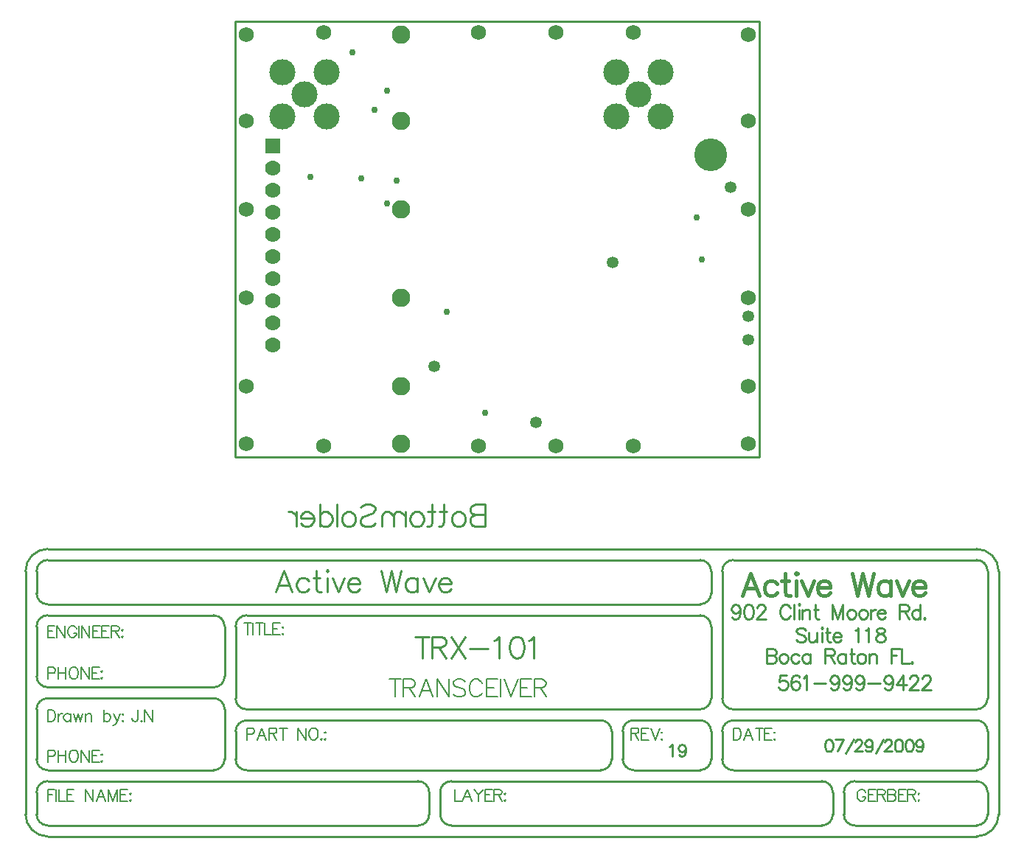
<source format=gbs>
%FSLAX24Y24*%
%MOIN*%
G70*
G01*
G75*
G04 Layer_Color=16711935*
%ADD10R,0.0300X0.0300*%
%ADD11R,0.0200X0.0300*%
%ADD12R,0.0360X0.0360*%
%ADD13R,0.0500X0.0360*%
%ADD14R,0.0250X0.0950*%
%ADD15R,0.0250X0.0550*%
%ADD16R,0.0950X0.0250*%
%ADD17R,0.0550X0.0250*%
%ADD18R,0.0236X0.1000*%
%ADD19R,0.0236X0.0900*%
%ADD20R,0.0700X0.0236*%
%ADD21R,0.0900X0.0236*%
%ADD22R,0.0315X0.0591*%
%ADD23R,0.0591X0.0315*%
%ADD24O,0.0600X0.0160*%
%ADD25R,0.0200X0.0500*%
%ADD26O,0.0240X0.0800*%
%ADD27O,0.0160X0.0600*%
%ADD28O,0.0160X0.0600*%
%ADD29R,0.0394X0.0197*%
%ADD30R,0.0394X0.0394*%
%ADD31R,0.0300X0.0300*%
%ADD32R,0.0472X0.0472*%
%ADD33R,0.0472X0.0472*%
%ADD34R,0.0236X0.0236*%
%ADD35R,0.0360X0.0500*%
%ADD36R,0.0360X0.0360*%
%ADD37R,0.0600X0.0500*%
%ADD38C,0.0120*%
%ADD39R,0.1500X0.0500*%
%ADD40R,0.0550X0.0400*%
%ADD41R,0.0400X0.0550*%
%ADD42C,0.0140*%
%ADD43C,0.0120*%
%ADD44C,0.0300*%
%ADD45C,0.0100*%
%ADD46C,0.0200*%
%ADD47C,0.0080*%
%ADD48C,0.0090*%
%ADD49C,0.0150*%
%ADD50C,0.0050*%
%ADD51C,0.1100*%
%ADD52C,0.0620*%
%ADD53R,0.0620X0.0620*%
%ADD54C,0.0600*%
%ADD55C,0.0750*%
%ADD56C,0.1400*%
%ADD57C,0.0450*%
%ADD58C,0.0220*%
%ADD59C,0.0098*%
%ADD60C,0.0060*%
%ADD61R,0.0380X0.0380*%
%ADD62R,0.0280X0.0380*%
%ADD63R,0.0440X0.0440*%
%ADD64R,0.0580X0.0440*%
%ADD65R,0.0330X0.1030*%
%ADD66R,0.0330X0.0630*%
%ADD67R,0.1030X0.0330*%
%ADD68R,0.0630X0.0330*%
%ADD69R,0.0316X0.1080*%
%ADD70R,0.0316X0.0980*%
%ADD71R,0.0780X0.0316*%
%ADD72R,0.0980X0.0316*%
%ADD73R,0.0395X0.0671*%
%ADD74R,0.0671X0.0395*%
%ADD75O,0.0640X0.0200*%
%ADD76R,0.0280X0.0580*%
%ADD77O,0.0320X0.0880*%
%ADD78O,0.0200X0.0640*%
%ADD79O,0.0200X0.0640*%
%ADD80R,0.0474X0.0277*%
%ADD81R,0.0474X0.0474*%
%ADD82R,0.0380X0.0380*%
%ADD83R,0.0552X0.0552*%
%ADD84R,0.0552X0.0552*%
%ADD85R,0.0316X0.0316*%
%ADD86R,0.0440X0.0580*%
%ADD87R,0.0440X0.0440*%
%ADD88R,0.0680X0.0580*%
%ADD89C,0.0200*%
%ADD90R,0.1580X0.0580*%
%ADD91R,0.0630X0.0480*%
%ADD92R,0.0480X0.0630*%
%ADD93C,0.1180*%
%ADD94C,0.0700*%
%ADD95R,0.0700X0.0700*%
%ADD96C,0.0680*%
%ADD97C,0.0830*%
%ADD98C,0.1480*%
%ADD99C,0.0530*%
%ADD100C,0.0300*%
D45*
X10800Y-2750D02*
Y-3750D01*
Y-2750D02*
X10372D01*
X10229Y-2798D01*
X10181Y-2845D01*
X10133Y-2941D01*
Y-3036D01*
X10181Y-3131D01*
X10229Y-3179D01*
X10372Y-3226D01*
X10800D02*
X10372D01*
X10229Y-3274D01*
X10181Y-3322D01*
X10133Y-3417D01*
Y-3560D01*
X10181Y-3655D01*
X10229Y-3702D01*
X10372Y-3750D01*
X10800D01*
X9672Y-3083D02*
X9767Y-3131D01*
X9862Y-3226D01*
X9910Y-3369D01*
Y-3464D01*
X9862Y-3607D01*
X9767Y-3702D01*
X9672Y-3750D01*
X9529D01*
X9434Y-3702D01*
X9338Y-3607D01*
X9291Y-3464D01*
Y-3369D01*
X9338Y-3226D01*
X9434Y-3131D01*
X9529Y-3083D01*
X9672D01*
X8929Y-2750D02*
Y-3560D01*
X8881Y-3702D01*
X8786Y-3750D01*
X8691D01*
X9072Y-3083D02*
X8739D01*
X8405Y-2750D02*
Y-3560D01*
X8358Y-3702D01*
X8262Y-3750D01*
X8167D01*
X8548Y-3083D02*
X8215D01*
X7786D02*
X7882Y-3131D01*
X7977Y-3226D01*
X8024Y-3369D01*
Y-3464D01*
X7977Y-3607D01*
X7882Y-3702D01*
X7786Y-3750D01*
X7644D01*
X7548Y-3702D01*
X7453Y-3607D01*
X7405Y-3464D01*
Y-3369D01*
X7453Y-3226D01*
X7548Y-3131D01*
X7644Y-3083D01*
X7786D01*
X7186D02*
Y-3750D01*
Y-3274D02*
X7044Y-3131D01*
X6948Y-3083D01*
X6806D01*
X6710Y-3131D01*
X6663Y-3274D01*
Y-3750D01*
Y-3274D02*
X6520Y-3131D01*
X6425Y-3083D01*
X6282D01*
X6187Y-3131D01*
X6139Y-3274D01*
Y-3750D01*
X5158Y-2893D02*
X5254Y-2798D01*
X5396Y-2750D01*
X5587D01*
X5730Y-2798D01*
X5825Y-2893D01*
Y-2988D01*
X5777Y-3083D01*
X5730Y-3131D01*
X5634Y-3179D01*
X5349Y-3274D01*
X5254Y-3322D01*
X5206Y-3369D01*
X5158Y-3464D01*
Y-3607D01*
X5254Y-3702D01*
X5396Y-3750D01*
X5587D01*
X5730Y-3702D01*
X5825Y-3607D01*
X4697Y-3083D02*
X4792Y-3131D01*
X4887Y-3226D01*
X4935Y-3369D01*
Y-3464D01*
X4887Y-3607D01*
X4792Y-3702D01*
X4697Y-3750D01*
X4554D01*
X4459Y-3702D01*
X4363Y-3607D01*
X4316Y-3464D01*
Y-3369D01*
X4363Y-3226D01*
X4459Y-3131D01*
X4554Y-3083D01*
X4697D01*
X4097Y-2750D02*
Y-3750D01*
X3316Y-2750D02*
Y-3750D01*
Y-3226D02*
X3411Y-3131D01*
X3506Y-3083D01*
X3649D01*
X3744Y-3131D01*
X3840Y-3226D01*
X3887Y-3369D01*
Y-3464D01*
X3840Y-3607D01*
X3744Y-3702D01*
X3649Y-3750D01*
X3506D01*
X3411Y-3702D01*
X3316Y-3607D01*
X3049Y-3369D02*
X2478D01*
Y-3274D01*
X2526Y-3179D01*
X2573Y-3131D01*
X2668Y-3083D01*
X2811D01*
X2906Y-3131D01*
X3002Y-3226D01*
X3049Y-3369D01*
Y-3464D01*
X3002Y-3607D01*
X2906Y-3702D01*
X2811Y-3750D01*
X2668D01*
X2573Y-3702D01*
X2478Y-3607D01*
X2264Y-3083D02*
Y-3750D01*
Y-3369D02*
X2216Y-3226D01*
X2121Y-3131D01*
X2026Y-3083D01*
X1883D01*
X21633Y13042D02*
G03*
X21633Y13042I-650J0D01*
G01*
X-497Y-600D02*
Y19100D01*
X-497Y-600D02*
X23203D01*
Y19100D01*
X-497D02*
X23203D01*
X8268Y-15769D02*
G03*
X7768Y-15269I-500J0D01*
G01*
X7779Y-17269D02*
G03*
X8268Y-16772I8J480D01*
G01*
X9268Y-15269D02*
G03*
X8768Y-15769I0J-500D01*
G01*
Y-16769D02*
G03*
X9259Y-17269I500J0D01*
G01*
X26518Y-15769D02*
G03*
X26018Y-15269I-500J0D01*
G01*
X26029Y-17269D02*
G03*
X26518Y-16772I8J480D01*
G01*
X27018Y-16779D02*
G03*
X27516Y-17269I490J0D01*
G01*
X27518Y-15269D02*
G03*
X27018Y-15769I0J-500D01*
G01*
X-982Y-8259D02*
G03*
X-1472Y-7769I-490J0D01*
G01*
X-1462Y-11019D02*
G03*
X-982Y-10539I0J480D01*
G01*
Y-12009D02*
G03*
X-1489Y-11519I-490J0D01*
G01*
X-482Y-11529D02*
G03*
X8Y-12019I490J0D01*
G01*
X-482Y-14279D02*
G03*
X8Y-14769I490J0D01*
G01*
X-1472D02*
G03*
X-982Y-14279I0J490D01*
G01*
X16518Y-13009D02*
G03*
X16028Y-12519I-490J0D01*
G01*
Y-14769D02*
G03*
X16518Y-14270I0J490D01*
G01*
X17018Y-14259D02*
G03*
X17519Y-14769I510J0D01*
G01*
X17498Y-12519D02*
G03*
X17018Y-13024I0J-480D01*
G01*
X18Y-12519D02*
G03*
X-482Y-13019I0J-500D01*
G01*
X18Y-7769D02*
G03*
X-482Y-8269I0J-500D01*
G01*
X-9482Y-14269D02*
G03*
X-8991Y-14769I500J0D01*
G01*
X-8982Y-11519D02*
G03*
X-9482Y-12019I0J-500D01*
G01*
Y-10519D02*
G03*
X-8982Y-11019I500J0D01*
G01*
Y-7769D02*
G03*
X-9482Y-8269I0J-500D01*
G01*
Y-6769D02*
G03*
X-8982Y-7269I500J0D01*
G01*
Y-5269D02*
G03*
X-9482Y-5769I0J-500D01*
G01*
X21018D02*
G03*
X20518Y-5269I-500J0D01*
G01*
X22018D02*
G03*
X21518Y-5769I0J-500D01*
G01*
X20518Y-7269D02*
G03*
X21018Y-6769I0J500D01*
G01*
Y-8269D02*
G03*
X20518Y-7769I-500J0D01*
G01*
X-8982Y-15269D02*
G03*
X-9482Y-15769I0J-500D01*
G01*
X20527Y-12019D02*
G03*
X21018Y-11519I-9J500D01*
G01*
X-9482Y-16769D02*
G03*
X-8991Y-17269I500J0D01*
G01*
X21018Y-13009D02*
G03*
X20528Y-12519I-490J0D01*
G01*
X21518Y-14279D02*
G03*
X22016Y-14769I490J0D01*
G01*
X20518Y-14769D02*
G03*
X21018Y-14269I0J500D01*
G01*
X33018Y-17269D02*
G03*
X33518Y-16769I0J500D01*
G01*
X33518Y-15760D02*
G03*
X33018Y-15269I-500J-9D01*
G01*
Y-14769D02*
G03*
X33518Y-14269I0J500D01*
G01*
Y-5759D02*
G03*
X33011Y-5269I-490J0D01*
G01*
X34018Y-5769D02*
G03*
X33018Y-4769I-1000J0D01*
G01*
Y-17769D02*
G03*
X34018Y-16769I0J1000D01*
G01*
X-9982Y-16759D02*
G03*
X-8990Y-17769I1010J0D01*
G01*
X-8982Y-4769D02*
G03*
X-9982Y-5769I0J-1000D01*
G01*
X21518Y-11519D02*
G03*
X22018Y-12019I500J0D01*
G01*
X33018D02*
G03*
X33518Y-11519I0J500D01*
G01*
X22018Y-12519D02*
G03*
X21518Y-13019I0J-500D01*
G01*
X33518Y-13009D02*
G03*
X33028Y-12519I-490J0D01*
G01*
X9268Y-17269D02*
X26018D01*
X-8982D02*
X7768D01*
X-8982Y-15269D02*
X7768D01*
X9268D02*
X26018D01*
X27518Y-17269D02*
X33018D01*
X27518Y-15269D02*
X33018D01*
X-8982Y-5269D02*
X20518D01*
X-8982Y-17769D02*
X33018D01*
X-8982Y-4769D02*
X33018D01*
X-8982Y-14769D02*
X-1482D01*
X-8982Y-11519D02*
X-1482D01*
X-8982Y-11019D02*
X-1482D01*
X-8982Y-7769D02*
X-1482D01*
X-8982Y-7269D02*
X20518D01*
X18Y-7769D02*
X20518D01*
X18Y-12519D02*
X16018D01*
X18Y-14769D02*
X16018D01*
X17518D02*
X20518D01*
X17518Y-12519D02*
X20518D01*
X22018Y-14769D02*
X33018D01*
X22018Y-5269D02*
X33018D01*
X18Y-12019D02*
X20518D01*
X22018D02*
X33018D01*
X22018Y-12519D02*
X33018D01*
X8268Y-16769D02*
Y-15769D01*
X8768Y-16769D02*
Y-15769D01*
X26518Y-16769D02*
Y-15769D01*
X27018Y-16769D02*
Y-15769D01*
X34018Y-16769D02*
Y-5769D01*
X-9482Y-14269D02*
Y-12019D01*
X-982Y-14269D02*
Y-12019D01*
X-9482Y-10519D02*
Y-8269D01*
X-982Y-10519D02*
Y-8269D01*
X-9482Y-6769D02*
Y-5769D01*
X21018Y-6769D02*
Y-5769D01*
Y-11519D02*
Y-8269D01*
X-482Y-11519D02*
Y-8269D01*
X16518Y-14269D02*
Y-13019D01*
X-482Y-14269D02*
Y-13019D01*
X17018Y-14269D02*
Y-13019D01*
X21018Y-14269D02*
Y-13019D01*
X33518Y-16769D02*
Y-15769D01*
X-9482Y-16769D02*
Y-15769D01*
X-9982Y-16769D02*
Y-5769D01*
X21518Y-11519D02*
Y-5769D01*
X33518Y-11519D02*
Y-5769D01*
X21518Y-14269D02*
Y-13019D01*
X33518Y-14269D02*
Y-13009D01*
X25305Y-8429D02*
X25244Y-8368D01*
X25153Y-8337D01*
X25031D01*
X24940Y-8368D01*
X24879Y-8429D01*
Y-8490D01*
X24909Y-8551D01*
X24940Y-8581D01*
X25000Y-8612D01*
X25183Y-8672D01*
X25244Y-8703D01*
X25275Y-8733D01*
X25305Y-8794D01*
Y-8886D01*
X25244Y-8947D01*
X25153Y-8977D01*
X25031D01*
X24940Y-8947D01*
X24879Y-8886D01*
X25448Y-8551D02*
Y-8855D01*
X25479Y-8947D01*
X25540Y-8977D01*
X25631D01*
X25692Y-8947D01*
X25784Y-8855D01*
Y-8551D02*
Y-8977D01*
X26012Y-8337D02*
X26043Y-8368D01*
X26073Y-8337D01*
X26043Y-8307D01*
X26012Y-8337D01*
X26043Y-8551D02*
Y-8977D01*
X26277Y-8337D02*
Y-8855D01*
X26308Y-8947D01*
X26369Y-8977D01*
X26429D01*
X26186Y-8551D02*
X26399D01*
X26521Y-8733D02*
X26887D01*
Y-8672D01*
X26856Y-8612D01*
X26826Y-8581D01*
X26765Y-8551D01*
X26673D01*
X26612Y-8581D01*
X26551Y-8642D01*
X26521Y-8733D01*
Y-8794D01*
X26551Y-8886D01*
X26612Y-8947D01*
X26673Y-8977D01*
X26765D01*
X26826Y-8947D01*
X26887Y-8886D01*
X27526Y-8459D02*
X27587Y-8429D01*
X27679Y-8337D01*
Y-8977D01*
X27996Y-8459D02*
X28057Y-8429D01*
X28148Y-8337D01*
Y-8977D01*
X28617Y-8337D02*
X28526Y-8368D01*
X28495Y-8429D01*
Y-8490D01*
X28526Y-8551D01*
X28587Y-8581D01*
X28709Y-8612D01*
X28800Y-8642D01*
X28861Y-8703D01*
X28891Y-8764D01*
Y-8855D01*
X28861Y-8916D01*
X28830Y-8947D01*
X28739Y-8977D01*
X28617D01*
X28526Y-8947D01*
X28495Y-8916D01*
X28465Y-8855D01*
Y-8764D01*
X28495Y-8703D01*
X28556Y-8642D01*
X28648Y-8612D01*
X28770Y-8581D01*
X28830Y-8551D01*
X28861Y-8490D01*
Y-8429D01*
X28830Y-8368D01*
X28739Y-8337D01*
X28617D01*
X24444Y-10487D02*
X24140D01*
X24109Y-10762D01*
X24140Y-10731D01*
X24231Y-10701D01*
X24322D01*
X24414Y-10731D01*
X24475Y-10792D01*
X24505Y-10883D01*
Y-10944D01*
X24475Y-11036D01*
X24414Y-11097D01*
X24322Y-11127D01*
X24231D01*
X24140Y-11097D01*
X24109Y-11066D01*
X24079Y-11005D01*
X25014Y-10579D02*
X24984Y-10518D01*
X24892Y-10487D01*
X24831D01*
X24740Y-10518D01*
X24679Y-10609D01*
X24648Y-10762D01*
Y-10914D01*
X24679Y-11036D01*
X24740Y-11097D01*
X24831Y-11127D01*
X24862D01*
X24953Y-11097D01*
X25014Y-11036D01*
X25044Y-10944D01*
Y-10914D01*
X25014Y-10822D01*
X24953Y-10762D01*
X24862Y-10731D01*
X24831D01*
X24740Y-10762D01*
X24679Y-10822D01*
X24648Y-10914D01*
X25185Y-10609D02*
X25246Y-10579D01*
X25337Y-10487D01*
Y-11127D01*
X25654Y-10853D02*
X26202D01*
X26787Y-10701D02*
X26757Y-10792D01*
X26696Y-10853D01*
X26605Y-10883D01*
X26574D01*
X26483Y-10853D01*
X26422Y-10792D01*
X26391Y-10701D01*
Y-10670D01*
X26422Y-10579D01*
X26483Y-10518D01*
X26574Y-10487D01*
X26605D01*
X26696Y-10518D01*
X26757Y-10579D01*
X26787Y-10701D01*
Y-10853D01*
X26757Y-11005D01*
X26696Y-11097D01*
X26605Y-11127D01*
X26544D01*
X26452Y-11097D01*
X26422Y-11036D01*
X27357Y-10701D02*
X27327Y-10792D01*
X27266Y-10853D01*
X27174Y-10883D01*
X27144D01*
X27052Y-10853D01*
X26991Y-10792D01*
X26961Y-10701D01*
Y-10670D01*
X26991Y-10579D01*
X27052Y-10518D01*
X27144Y-10487D01*
X27174D01*
X27266Y-10518D01*
X27327Y-10579D01*
X27357Y-10701D01*
Y-10853D01*
X27327Y-11005D01*
X27266Y-11097D01*
X27174Y-11127D01*
X27113D01*
X27022Y-11097D01*
X26991Y-11036D01*
X27927Y-10701D02*
X27896Y-10792D01*
X27836Y-10853D01*
X27744Y-10883D01*
X27714D01*
X27622Y-10853D01*
X27561Y-10792D01*
X27531Y-10701D01*
Y-10670D01*
X27561Y-10579D01*
X27622Y-10518D01*
X27714Y-10487D01*
X27744D01*
X27836Y-10518D01*
X27896Y-10579D01*
X27927Y-10701D01*
Y-10853D01*
X27896Y-11005D01*
X27836Y-11097D01*
X27744Y-11127D01*
X27683D01*
X27592Y-11097D01*
X27561Y-11036D01*
X28101Y-10853D02*
X28649D01*
X29234Y-10701D02*
X29204Y-10792D01*
X29143Y-10853D01*
X29051Y-10883D01*
X29021D01*
X28929Y-10853D01*
X28868Y-10792D01*
X28838Y-10701D01*
Y-10670D01*
X28868Y-10579D01*
X28929Y-10518D01*
X29021Y-10487D01*
X29051D01*
X29143Y-10518D01*
X29204Y-10579D01*
X29234Y-10701D01*
Y-10853D01*
X29204Y-11005D01*
X29143Y-11097D01*
X29051Y-11127D01*
X28990D01*
X28899Y-11097D01*
X28868Y-11036D01*
X29712Y-10487D02*
X29408Y-10914D01*
X29865D01*
X29712Y-10487D02*
Y-11127D01*
X30008Y-10640D02*
Y-10609D01*
X30038Y-10548D01*
X30069Y-10518D01*
X30130Y-10487D01*
X30252D01*
X30313Y-10518D01*
X30343Y-10548D01*
X30374Y-10609D01*
Y-10670D01*
X30343Y-10731D01*
X30282Y-10822D01*
X29978Y-11127D01*
X30404D01*
X30578Y-10640D02*
Y-10609D01*
X30608Y-10548D01*
X30639Y-10518D01*
X30700Y-10487D01*
X30822D01*
X30882Y-10518D01*
X30913Y-10548D01*
X30943Y-10609D01*
Y-10670D01*
X30913Y-10731D01*
X30852Y-10822D01*
X30547Y-11127D01*
X30974D01*
X22325Y-7501D02*
X22294Y-7592D01*
X22233Y-7653D01*
X22142Y-7683D01*
X22111D01*
X22020Y-7653D01*
X21959Y-7592D01*
X21929Y-7501D01*
Y-7470D01*
X21959Y-7379D01*
X22020Y-7318D01*
X22111Y-7287D01*
X22142D01*
X22233Y-7318D01*
X22294Y-7379D01*
X22325Y-7501D01*
Y-7653D01*
X22294Y-7805D01*
X22233Y-7897D01*
X22142Y-7927D01*
X22081D01*
X21990Y-7897D01*
X21959Y-7836D01*
X22681Y-7287D02*
X22590Y-7318D01*
X22529Y-7409D01*
X22498Y-7562D01*
Y-7653D01*
X22529Y-7805D01*
X22590Y-7897D01*
X22681Y-7927D01*
X22742D01*
X22834Y-7897D01*
X22894Y-7805D01*
X22925Y-7653D01*
Y-7562D01*
X22894Y-7409D01*
X22834Y-7318D01*
X22742Y-7287D01*
X22681D01*
X23099Y-7440D02*
Y-7409D01*
X23129Y-7348D01*
X23160Y-7318D01*
X23221Y-7287D01*
X23342D01*
X23403Y-7318D01*
X23434Y-7348D01*
X23464Y-7409D01*
Y-7470D01*
X23434Y-7531D01*
X23373Y-7622D01*
X23068Y-7927D01*
X23495D01*
X24598Y-7440D02*
X24567Y-7379D01*
X24506Y-7318D01*
X24445Y-7287D01*
X24323D01*
X24263Y-7318D01*
X24202Y-7379D01*
X24171Y-7440D01*
X24141Y-7531D01*
Y-7683D01*
X24171Y-7775D01*
X24202Y-7836D01*
X24263Y-7897D01*
X24323Y-7927D01*
X24445D01*
X24506Y-7897D01*
X24567Y-7836D01*
X24598Y-7775D01*
X24778Y-7287D02*
Y-7927D01*
X24973Y-7287D02*
X25003Y-7318D01*
X25033Y-7287D01*
X25003Y-7257D01*
X24973Y-7287D01*
X25003Y-7501D02*
Y-7927D01*
X25146Y-7501D02*
Y-7927D01*
Y-7622D02*
X25238Y-7531D01*
X25299Y-7501D01*
X25390D01*
X25451Y-7531D01*
X25481Y-7622D01*
Y-7927D01*
X25740Y-7287D02*
Y-7805D01*
X25771Y-7897D01*
X25832Y-7927D01*
X25893D01*
X25649Y-7501D02*
X25862D01*
X26487Y-7287D02*
Y-7927D01*
Y-7287D02*
X26731Y-7927D01*
X26974Y-7287D02*
X26731Y-7927D01*
X26974Y-7287D02*
Y-7927D01*
X27310Y-7501D02*
X27249Y-7531D01*
X27188Y-7592D01*
X27157Y-7683D01*
Y-7744D01*
X27188Y-7836D01*
X27249Y-7897D01*
X27310Y-7927D01*
X27401D01*
X27462Y-7897D01*
X27523Y-7836D01*
X27553Y-7744D01*
Y-7683D01*
X27523Y-7592D01*
X27462Y-7531D01*
X27401Y-7501D01*
X27310D01*
X27846D02*
X27785Y-7531D01*
X27724Y-7592D01*
X27693Y-7683D01*
Y-7744D01*
X27724Y-7836D01*
X27785Y-7897D01*
X27846Y-7927D01*
X27937D01*
X27998Y-7897D01*
X28059Y-7836D01*
X28090Y-7744D01*
Y-7683D01*
X28059Y-7592D01*
X27998Y-7531D01*
X27937Y-7501D01*
X27846D01*
X28230D02*
Y-7927D01*
Y-7683D02*
X28260Y-7592D01*
X28321Y-7531D01*
X28382Y-7501D01*
X28473D01*
X28531Y-7683D02*
X28897D01*
Y-7622D01*
X28867Y-7562D01*
X28836Y-7531D01*
X28775Y-7501D01*
X28684D01*
X28623Y-7531D01*
X28562Y-7592D01*
X28531Y-7683D01*
Y-7744D01*
X28562Y-7836D01*
X28623Y-7897D01*
X28684Y-7927D01*
X28775D01*
X28836Y-7897D01*
X28897Y-7836D01*
X29537Y-7287D02*
Y-7927D01*
Y-7287D02*
X29811D01*
X29902Y-7318D01*
X29933Y-7348D01*
X29963Y-7409D01*
Y-7470D01*
X29933Y-7531D01*
X29902Y-7562D01*
X29811Y-7592D01*
X29537D01*
X29750D02*
X29963Y-7927D01*
X30472Y-7287D02*
Y-7927D01*
Y-7592D02*
X30411Y-7531D01*
X30350Y-7501D01*
X30259D01*
X30198Y-7531D01*
X30137Y-7592D01*
X30107Y-7683D01*
Y-7744D01*
X30137Y-7836D01*
X30198Y-7897D01*
X30259Y-7927D01*
X30350D01*
X30411Y-7897D01*
X30472Y-7836D01*
X30673Y-7866D02*
X30643Y-7897D01*
X30673Y-7927D01*
X30704Y-7897D01*
X30673Y-7866D01*
X23529Y-9287D02*
Y-9927D01*
Y-9287D02*
X23803D01*
X23894Y-9318D01*
X23925Y-9348D01*
X23955Y-9409D01*
Y-9470D01*
X23925Y-9531D01*
X23894Y-9562D01*
X23803Y-9592D01*
X23529D02*
X23803D01*
X23894Y-9622D01*
X23925Y-9653D01*
X23955Y-9714D01*
Y-9805D01*
X23925Y-9866D01*
X23894Y-9897D01*
X23803Y-9927D01*
X23529D01*
X24251Y-9501D02*
X24190Y-9531D01*
X24129Y-9592D01*
X24098Y-9683D01*
Y-9744D01*
X24129Y-9836D01*
X24190Y-9897D01*
X24251Y-9927D01*
X24342D01*
X24403Y-9897D01*
X24464Y-9836D01*
X24494Y-9744D01*
Y-9683D01*
X24464Y-9592D01*
X24403Y-9531D01*
X24342Y-9501D01*
X24251D01*
X25000Y-9592D02*
X24939Y-9531D01*
X24878Y-9501D01*
X24787D01*
X24726Y-9531D01*
X24665Y-9592D01*
X24635Y-9683D01*
Y-9744D01*
X24665Y-9836D01*
X24726Y-9897D01*
X24787Y-9927D01*
X24878D01*
X24939Y-9897D01*
X25000Y-9836D01*
X25503Y-9501D02*
Y-9927D01*
Y-9592D02*
X25442Y-9531D01*
X25381Y-9501D01*
X25290D01*
X25229Y-9531D01*
X25168Y-9592D01*
X25137Y-9683D01*
Y-9744D01*
X25168Y-9836D01*
X25229Y-9897D01*
X25290Y-9927D01*
X25381D01*
X25442Y-9897D01*
X25503Y-9836D01*
X26176Y-9287D02*
Y-9927D01*
Y-9287D02*
X26451D01*
X26542Y-9318D01*
X26572Y-9348D01*
X26603Y-9409D01*
Y-9470D01*
X26572Y-9531D01*
X26542Y-9562D01*
X26451Y-9592D01*
X26176D01*
X26390D02*
X26603Y-9927D01*
X27112Y-9501D02*
Y-9927D01*
Y-9592D02*
X27051Y-9531D01*
X26990Y-9501D01*
X26899D01*
X26838Y-9531D01*
X26777Y-9592D01*
X26746Y-9683D01*
Y-9744D01*
X26777Y-9836D01*
X26838Y-9897D01*
X26899Y-9927D01*
X26990D01*
X27051Y-9897D01*
X27112Y-9836D01*
X27374Y-9287D02*
Y-9805D01*
X27404Y-9897D01*
X27465Y-9927D01*
X27526D01*
X27282Y-9501D02*
X27496D01*
X27770D02*
X27709Y-9531D01*
X27648Y-9592D01*
X27618Y-9683D01*
Y-9744D01*
X27648Y-9836D01*
X27709Y-9897D01*
X27770Y-9927D01*
X27861D01*
X27922Y-9897D01*
X27983Y-9836D01*
X28014Y-9744D01*
Y-9683D01*
X27983Y-9592D01*
X27922Y-9531D01*
X27861Y-9501D01*
X27770D01*
X28154D02*
Y-9927D01*
Y-9622D02*
X28245Y-9531D01*
X28306Y-9501D01*
X28398D01*
X28459Y-9531D01*
X28489Y-9622D01*
Y-9927D01*
X29159Y-9287D02*
Y-9927D01*
Y-9287D02*
X29555D01*
X29159Y-9592D02*
X29403D01*
X29629Y-9287D02*
Y-9927D01*
X29994D01*
X30095Y-9866D02*
X30064Y-9897D01*
X30095Y-9927D01*
X30125Y-9897D01*
X30095Y-9866D01*
D47*
X6747Y-10660D02*
Y-11460D01*
X6480Y-10660D02*
X7013D01*
X7108D02*
Y-11460D01*
Y-10660D02*
X7451D01*
X7565Y-10698D01*
X7604Y-10736D01*
X7642Y-10813D01*
Y-10889D01*
X7604Y-10965D01*
X7565Y-11003D01*
X7451Y-11041D01*
X7108D01*
X7375D02*
X7642Y-11460D01*
X8430D02*
X8125Y-10660D01*
X7821Y-11460D01*
X7935Y-11193D02*
X8316D01*
X8617Y-10660D02*
Y-11460D01*
Y-10660D02*
X9150Y-11460D01*
Y-10660D02*
Y-11460D01*
X9904Y-10774D02*
X9828Y-10698D01*
X9714Y-10660D01*
X9561D01*
X9447Y-10698D01*
X9371Y-10774D01*
Y-10851D01*
X9409Y-10927D01*
X9447Y-10965D01*
X9523Y-11003D01*
X9752Y-11079D01*
X9828Y-11117D01*
X9866Y-11155D01*
X9904Y-11231D01*
Y-11346D01*
X9828Y-11422D01*
X9714Y-11460D01*
X9561D01*
X9447Y-11422D01*
X9371Y-11346D01*
X10654Y-10851D02*
X10616Y-10774D01*
X10540Y-10698D01*
X10464Y-10660D01*
X10312D01*
X10235Y-10698D01*
X10159Y-10774D01*
X10121Y-10851D01*
X10083Y-10965D01*
Y-11155D01*
X10121Y-11270D01*
X10159Y-11346D01*
X10235Y-11422D01*
X10312Y-11460D01*
X10464D01*
X10540Y-11422D01*
X10616Y-11346D01*
X10654Y-11270D01*
X11374Y-10660D02*
X10879D01*
Y-11460D01*
X11374D01*
X10879Y-11041D02*
X11184D01*
X11507Y-10660D02*
Y-11460D01*
X11675Y-10660D02*
X11980Y-11460D01*
X12284Y-10660D02*
X11980Y-11460D01*
X12882Y-10660D02*
X12387D01*
Y-11460D01*
X12882D01*
X12387Y-11041D02*
X12692D01*
X13016Y-10660D02*
Y-11460D01*
Y-10660D02*
X13359D01*
X13473Y-10698D01*
X13511Y-10736D01*
X13549Y-10813D01*
Y-10889D01*
X13511Y-10965D01*
X13473Y-11003D01*
X13359Y-11041D01*
X13016D01*
X13282D02*
X13549Y-11460D01*
X-4899Y-12046D02*
Y-12453D01*
X-4924Y-12529D01*
X-4949Y-12554D01*
X-5000Y-12579D01*
X-5051D01*
X-5102Y-12554D01*
X-5127Y-12529D01*
X-5153Y-12453D01*
Y-12402D01*
X-4736Y-12529D02*
X-4762Y-12554D01*
X-4736Y-12579D01*
X-4711Y-12554D01*
X-4736Y-12529D01*
X-4594Y-12046D02*
Y-12579D01*
Y-12046D02*
X-4238Y-12579D01*
Y-12046D02*
Y-12579D01*
D48*
X26318Y-13390D02*
X26242Y-13416D01*
X26191Y-13492D01*
X26165Y-13619D01*
Y-13695D01*
X26191Y-13822D01*
X26242Y-13898D01*
X26318Y-13924D01*
X26369D01*
X26445Y-13898D01*
X26496Y-13822D01*
X26521Y-13695D01*
Y-13619D01*
X26496Y-13492D01*
X26445Y-13416D01*
X26369Y-13390D01*
X26318D01*
X26996D02*
X26742Y-13924D01*
X26640Y-13390D02*
X26996D01*
X27115Y-14000D02*
X27471Y-13390D01*
X27532Y-13517D02*
Y-13492D01*
X27557Y-13441D01*
X27582Y-13416D01*
X27633Y-13390D01*
X27735D01*
X27785Y-13416D01*
X27811Y-13441D01*
X27836Y-13492D01*
Y-13543D01*
X27811Y-13593D01*
X27760Y-13670D01*
X27506Y-13924D01*
X27862D01*
X28311Y-13568D02*
X28286Y-13644D01*
X28235Y-13695D01*
X28159Y-13720D01*
X28133D01*
X28057Y-13695D01*
X28006Y-13644D01*
X27981Y-13568D01*
Y-13543D01*
X28006Y-13466D01*
X28057Y-13416D01*
X28133Y-13390D01*
X28159D01*
X28235Y-13416D01*
X28286Y-13466D01*
X28311Y-13568D01*
Y-13695D01*
X28286Y-13822D01*
X28235Y-13898D01*
X28159Y-13924D01*
X28108D01*
X28032Y-13898D01*
X28006Y-13847D01*
X28456Y-14000D02*
X28811Y-13390D01*
X28872Y-13517D02*
Y-13492D01*
X28898Y-13441D01*
X28923Y-13416D01*
X28974Y-13390D01*
X29075D01*
X29126Y-13416D01*
X29152Y-13441D01*
X29177Y-13492D01*
Y-13543D01*
X29152Y-13593D01*
X29101Y-13670D01*
X28847Y-13924D01*
X29202D01*
X29474Y-13390D02*
X29398Y-13416D01*
X29347Y-13492D01*
X29322Y-13619D01*
Y-13695D01*
X29347Y-13822D01*
X29398Y-13898D01*
X29474Y-13924D01*
X29525D01*
X29601Y-13898D01*
X29652Y-13822D01*
X29677Y-13695D01*
Y-13619D01*
X29652Y-13492D01*
X29601Y-13416D01*
X29525Y-13390D01*
X29474D01*
X29949D02*
X29873Y-13416D01*
X29822Y-13492D01*
X29797Y-13619D01*
Y-13695D01*
X29822Y-13822D01*
X29873Y-13898D01*
X29949Y-13924D01*
X30000D01*
X30076Y-13898D01*
X30127Y-13822D01*
X30152Y-13695D01*
Y-13619D01*
X30127Y-13492D01*
X30076Y-13416D01*
X30000Y-13390D01*
X29949D01*
X30601Y-13568D02*
X30576Y-13644D01*
X30525Y-13695D01*
X30449Y-13720D01*
X30424D01*
X30347Y-13695D01*
X30297Y-13644D01*
X30271Y-13568D01*
Y-13543D01*
X30297Y-13466D01*
X30347Y-13416D01*
X30424Y-13390D01*
X30449D01*
X30525Y-13416D01*
X30576Y-13466D01*
X30601Y-13568D01*
Y-13695D01*
X30576Y-13822D01*
X30525Y-13898D01*
X30449Y-13924D01*
X30398D01*
X30322Y-13898D01*
X30297Y-13847D01*
X2049Y-6719D02*
X1683Y-5759D01*
X1318Y-6719D01*
X1455Y-6399D02*
X1912D01*
X2821Y-6216D02*
X2730Y-6125D01*
X2639Y-6079D01*
X2502D01*
X2410Y-6125D01*
X2319Y-6216D01*
X2273Y-6353D01*
Y-6445D01*
X2319Y-6582D01*
X2410Y-6673D01*
X2502Y-6719D01*
X2639D01*
X2730Y-6673D01*
X2821Y-6582D01*
X3164Y-5759D02*
Y-6536D01*
X3210Y-6673D01*
X3301Y-6719D01*
X3393D01*
X3027Y-6079D02*
X3347D01*
X3621Y-5759D02*
X3667Y-5805D01*
X3713Y-5759D01*
X3667Y-5713D01*
X3621Y-5759D01*
X3667Y-6079D02*
Y-6719D01*
X3882Y-6079D02*
X4156Y-6719D01*
X4430Y-6079D02*
X4156Y-6719D01*
X4586Y-6353D02*
X5134D01*
Y-6262D01*
X5088Y-6170D01*
X5043Y-6125D01*
X4951Y-6079D01*
X4814D01*
X4723Y-6125D01*
X4631Y-6216D01*
X4586Y-6353D01*
Y-6445D01*
X4631Y-6582D01*
X4723Y-6673D01*
X4814Y-6719D01*
X4951D01*
X5043Y-6673D01*
X5134Y-6582D01*
X6094Y-5759D02*
X6322Y-6719D01*
X6551Y-5759D02*
X6322Y-6719D01*
X6551Y-5759D02*
X6779Y-6719D01*
X7008Y-5759D02*
X6779Y-6719D01*
X7748Y-6079D02*
Y-6719D01*
Y-6216D02*
X7657Y-6125D01*
X7566Y-6079D01*
X7428D01*
X7337Y-6125D01*
X7246Y-6216D01*
X7200Y-6353D01*
Y-6445D01*
X7246Y-6582D01*
X7337Y-6673D01*
X7428Y-6719D01*
X7566D01*
X7657Y-6673D01*
X7748Y-6582D01*
X8004Y-6079D02*
X8279Y-6719D01*
X8553Y-6079D02*
X8279Y-6719D01*
X8708Y-6353D02*
X9257D01*
Y-6262D01*
X9211Y-6170D01*
X9165Y-6125D01*
X9074Y-6079D01*
X8937D01*
X8845Y-6125D01*
X8754Y-6216D01*
X8708Y-6353D01*
Y-6445D01*
X8754Y-6582D01*
X8845Y-6673D01*
X8937Y-6719D01*
X9074D01*
X9165Y-6673D01*
X9257Y-6582D01*
X7960Y-8740D02*
Y-9700D01*
X7640Y-8740D02*
X8280D01*
X8394D02*
Y-9700D01*
Y-8740D02*
X8805D01*
X8943Y-8786D01*
X8988Y-8832D01*
X9034Y-8923D01*
Y-9014D01*
X8988Y-9106D01*
X8943Y-9152D01*
X8805Y-9197D01*
X8394D01*
X8714D02*
X9034Y-9700D01*
X9249Y-8740D02*
X9889Y-9700D01*
Y-8740D02*
X9249Y-9700D01*
X10103Y-9289D02*
X10926D01*
X11210Y-8923D02*
X11301Y-8877D01*
X11438Y-8740D01*
Y-9700D01*
X12188Y-8740D02*
X12050Y-8786D01*
X11959Y-8923D01*
X11913Y-9152D01*
Y-9289D01*
X11959Y-9517D01*
X12050Y-9654D01*
X12188Y-9700D01*
X12279D01*
X12416Y-9654D01*
X12508Y-9517D01*
X12553Y-9289D01*
Y-9152D01*
X12508Y-8923D01*
X12416Y-8786D01*
X12279Y-8740D01*
X12188D01*
X12768Y-8923D02*
X12859Y-8877D01*
X12997Y-8740D01*
Y-9700D01*
X19143Y-13712D02*
X19194Y-13687D01*
X19270Y-13611D01*
Y-14144D01*
X19864Y-13788D02*
X19839Y-13865D01*
X19788Y-13915D01*
X19712Y-13941D01*
X19686D01*
X19610Y-13915D01*
X19559Y-13865D01*
X19534Y-13788D01*
Y-13763D01*
X19559Y-13687D01*
X19610Y-13636D01*
X19686Y-13611D01*
X19712D01*
X19788Y-13636D01*
X19839Y-13687D01*
X19864Y-13788D01*
Y-13915D01*
X19839Y-14042D01*
X19788Y-14119D01*
X19712Y-14144D01*
X19661D01*
X19585Y-14119D01*
X19559Y-14068D01*
D49*
X23190Y-6877D02*
X22809Y-5877D01*
X22429Y-6877D01*
X22571Y-6544D02*
X23047D01*
X23995Y-6353D02*
X23900Y-6258D01*
X23804Y-6211D01*
X23662D01*
X23566Y-6258D01*
X23471Y-6353D01*
X23424Y-6496D01*
Y-6592D01*
X23471Y-6734D01*
X23566Y-6830D01*
X23662Y-6877D01*
X23804D01*
X23900Y-6830D01*
X23995Y-6734D01*
X24352Y-5877D02*
Y-6687D01*
X24400Y-6830D01*
X24495Y-6877D01*
X24590D01*
X24209Y-6211D02*
X24542D01*
X24828Y-5877D02*
X24876Y-5925D01*
X24923Y-5877D01*
X24876Y-5830D01*
X24828Y-5877D01*
X24876Y-6211D02*
Y-6877D01*
X25099Y-6211D02*
X25385Y-6877D01*
X25671Y-6211D02*
X25385Y-6877D01*
X25833Y-6496D02*
X26404D01*
Y-6401D01*
X26356Y-6306D01*
X26309Y-6258D01*
X26213Y-6211D01*
X26071D01*
X25975Y-6258D01*
X25880Y-6353D01*
X25833Y-6496D01*
Y-6592D01*
X25880Y-6734D01*
X25975Y-6830D01*
X26071Y-6877D01*
X26213D01*
X26309Y-6830D01*
X26404Y-6734D01*
X27404Y-5877D02*
X27642Y-6877D01*
X27880Y-5877D02*
X27642Y-6877D01*
X27880Y-5877D02*
X28118Y-6877D01*
X28356Y-5877D02*
X28118Y-6877D01*
X29127Y-6211D02*
Y-6877D01*
Y-6353D02*
X29032Y-6258D01*
X28937Y-6211D01*
X28794D01*
X28699Y-6258D01*
X28603Y-6353D01*
X28556Y-6496D01*
Y-6592D01*
X28603Y-6734D01*
X28699Y-6830D01*
X28794Y-6877D01*
X28937D01*
X29032Y-6830D01*
X29127Y-6734D01*
X29394Y-6211D02*
X29679Y-6877D01*
X29965Y-6211D02*
X29679Y-6877D01*
X30127Y-6496D02*
X30698D01*
Y-6401D01*
X30651Y-6306D01*
X30603Y-6258D01*
X30508Y-6211D01*
X30365D01*
X30270Y-6258D01*
X30175Y-6353D01*
X30127Y-6496D01*
Y-6592D01*
X30175Y-6734D01*
X30270Y-6830D01*
X30365Y-6877D01*
X30508D01*
X30603Y-6830D01*
X30698Y-6734D01*
D50*
X27999Y-15763D02*
X27973Y-15712D01*
X27922Y-15661D01*
X27872Y-15636D01*
X27770D01*
X27719Y-15661D01*
X27669Y-15712D01*
X27643Y-15763D01*
X27618Y-15839D01*
Y-15966D01*
X27643Y-16042D01*
X27669Y-16093D01*
X27719Y-16144D01*
X27770Y-16169D01*
X27872D01*
X27922Y-16144D01*
X27973Y-16093D01*
X27999Y-16042D01*
Y-15966D01*
X27872D02*
X27999D01*
X28451Y-15636D02*
X28121D01*
Y-16169D01*
X28451D01*
X28121Y-15890D02*
X28324D01*
X28540Y-15636D02*
Y-16169D01*
Y-15636D02*
X28768D01*
X28844Y-15661D01*
X28870Y-15687D01*
X28895Y-15737D01*
Y-15788D01*
X28870Y-15839D01*
X28844Y-15864D01*
X28768Y-15890D01*
X28540D01*
X28717D02*
X28895Y-16169D01*
X29014Y-15636D02*
Y-16169D01*
Y-15636D02*
X29243D01*
X29319Y-15661D01*
X29344Y-15687D01*
X29370Y-15737D01*
Y-15788D01*
X29344Y-15839D01*
X29319Y-15864D01*
X29243Y-15890D01*
X29014D02*
X29243D01*
X29319Y-15915D01*
X29344Y-15940D01*
X29370Y-15991D01*
Y-16067D01*
X29344Y-16118D01*
X29319Y-16144D01*
X29243Y-16169D01*
X29014D01*
X29819Y-15636D02*
X29489D01*
Y-16169D01*
X29819D01*
X29489Y-15890D02*
X29692D01*
X29908Y-15636D02*
Y-16169D01*
Y-15636D02*
X30137D01*
X30213Y-15661D01*
X30238Y-15687D01*
X30264Y-15737D01*
Y-15788D01*
X30238Y-15839D01*
X30213Y-15864D01*
X30137Y-15890D01*
X29908D01*
X30086D02*
X30264Y-16169D01*
X30408Y-15813D02*
X30383Y-15839D01*
X30408Y-15864D01*
X30434Y-15839D01*
X30408Y-15813D01*
Y-16118D02*
X30383Y-16144D01*
X30408Y-16169D01*
X30434Y-16144D01*
X30408Y-16118D01*
X-8982Y-15636D02*
Y-16169D01*
Y-15636D02*
X-8652D01*
X-8982Y-15890D02*
X-8779D01*
X-8591Y-15636D02*
Y-16169D01*
X-8479Y-15636D02*
Y-16169D01*
X-8175D01*
X-7786Y-15636D02*
X-8116D01*
Y-16169D01*
X-7786D01*
X-8116Y-15890D02*
X-7913D01*
X-7278Y-15636D02*
Y-16169D01*
Y-15636D02*
X-6923Y-16169D01*
Y-15636D02*
Y-16169D01*
X-6369D02*
X-6573Y-15636D01*
X-6776Y-16169D01*
X-6700Y-15991D02*
X-6446D01*
X-6245Y-15636D02*
Y-16169D01*
Y-15636D02*
X-6042Y-16169D01*
X-5839Y-15636D02*
X-6042Y-16169D01*
X-5839Y-15636D02*
Y-16169D01*
X-5356Y-15636D02*
X-5686D01*
Y-16169D01*
X-5356D01*
X-5686Y-15890D02*
X-5483D01*
X-5242Y-15813D02*
X-5267Y-15839D01*
X-5242Y-15864D01*
X-5217Y-15839D01*
X-5242Y-15813D01*
Y-16118D02*
X-5267Y-16144D01*
X-5242Y-16169D01*
X-5217Y-16144D01*
X-5242Y-16118D01*
X-8982Y-12036D02*
Y-12569D01*
Y-12036D02*
X-8804D01*
X-8728Y-12061D01*
X-8678Y-12112D01*
X-8652Y-12163D01*
X-8627Y-12239D01*
Y-12366D01*
X-8652Y-12442D01*
X-8678Y-12493D01*
X-8728Y-12544D01*
X-8804Y-12569D01*
X-8982D01*
X-8507Y-12213D02*
Y-12569D01*
Y-12366D02*
X-8482Y-12290D01*
X-8431Y-12239D01*
X-8380Y-12213D01*
X-8304D01*
X-7951D02*
Y-12569D01*
Y-12290D02*
X-8002Y-12239D01*
X-8053Y-12213D01*
X-8129D01*
X-8180Y-12239D01*
X-8231Y-12290D01*
X-8256Y-12366D01*
Y-12417D01*
X-8231Y-12493D01*
X-8180Y-12544D01*
X-8129Y-12569D01*
X-8053D01*
X-8002Y-12544D01*
X-7951Y-12493D01*
X-7809Y-12213D02*
X-7708Y-12569D01*
X-7606Y-12213D02*
X-7708Y-12569D01*
X-7606Y-12213D02*
X-7504Y-12569D01*
X-7403Y-12213D02*
X-7504Y-12569D01*
X-7278Y-12213D02*
Y-12569D01*
Y-12315D02*
X-7202Y-12239D01*
X-7151Y-12213D01*
X-7075D01*
X-7025Y-12239D01*
X-6999Y-12315D01*
Y-12569D01*
X-6441Y-12036D02*
Y-12569D01*
Y-12290D02*
X-6390Y-12239D01*
X-6339Y-12213D01*
X-6263D01*
X-6212Y-12239D01*
X-6161Y-12290D01*
X-6136Y-12366D01*
Y-12417D01*
X-6161Y-12493D01*
X-6212Y-12544D01*
X-6263Y-12569D01*
X-6339D01*
X-6390Y-12544D01*
X-6441Y-12493D01*
X-5996Y-12213D02*
X-5844Y-12569D01*
X-5691Y-12213D02*
X-5844Y-12569D01*
X-5895Y-12671D01*
X-5945Y-12721D01*
X-5996Y-12747D01*
X-6022D01*
X-5577Y-12213D02*
X-5603Y-12239D01*
X-5577Y-12264D01*
X-5552Y-12239D01*
X-5577Y-12213D01*
Y-12518D02*
X-5603Y-12544D01*
X-5577Y-12569D01*
X-5552Y-12544D01*
X-5577Y-12518D01*
X71Y-8111D02*
Y-8644D01*
X-107Y-8111D02*
X248D01*
X312D02*
Y-8644D01*
X601Y-8111D02*
Y-8644D01*
X423Y-8111D02*
X779D01*
X842D02*
Y-8644D01*
X1147D01*
X1536Y-8111D02*
X1206D01*
Y-8644D01*
X1536D01*
X1206Y-8365D02*
X1409D01*
X1650Y-8288D02*
X1624Y-8314D01*
X1650Y-8339D01*
X1675Y-8314D01*
X1650Y-8288D01*
Y-8593D02*
X1624Y-8619D01*
X1650Y-8644D01*
X1675Y-8619D01*
X1650Y-8593D01*
X18Y-13140D02*
X246D01*
X322Y-13115D01*
X348Y-13089D01*
X373Y-13038D01*
Y-12962D01*
X348Y-12911D01*
X322Y-12886D01*
X246Y-12861D01*
X18D01*
Y-13394D01*
X899D02*
X696Y-12861D01*
X493Y-13394D01*
X569Y-13216D02*
X823D01*
X1023Y-12861D02*
Y-13394D01*
Y-12861D02*
X1252D01*
X1328Y-12886D01*
X1353Y-12911D01*
X1379Y-12962D01*
Y-13013D01*
X1353Y-13064D01*
X1328Y-13089D01*
X1252Y-13115D01*
X1023D01*
X1201D02*
X1379Y-13394D01*
X1676Y-12861D02*
Y-13394D01*
X1498Y-12861D02*
X1854D01*
X2336D02*
Y-13394D01*
Y-12861D02*
X2692Y-13394D01*
Y-12861D02*
Y-13394D01*
X2991Y-12861D02*
X2940Y-12886D01*
X2890Y-12937D01*
X2864Y-12988D01*
X2839Y-13064D01*
Y-13191D01*
X2864Y-13267D01*
X2890Y-13318D01*
X2940Y-13369D01*
X2991Y-13394D01*
X3093D01*
X3143Y-13369D01*
X3194Y-13318D01*
X3220Y-13267D01*
X3245Y-13191D01*
Y-13064D01*
X3220Y-12988D01*
X3194Y-12937D01*
X3143Y-12886D01*
X3093Y-12861D01*
X2991D01*
X3395Y-13343D02*
X3369Y-13369D01*
X3395Y-13394D01*
X3420Y-13369D01*
X3395Y-13343D01*
X3562Y-13038D02*
X3537Y-13064D01*
X3562Y-13089D01*
X3588Y-13064D01*
X3562Y-13038D01*
Y-13343D02*
X3537Y-13369D01*
X3562Y-13394D01*
X3588Y-13369D01*
X3562Y-13343D01*
X-8652Y-8236D02*
X-8982D01*
Y-8769D01*
X-8652D01*
X-8982Y-8490D02*
X-8779D01*
X-8563Y-8236D02*
Y-8769D01*
Y-8236D02*
X-8208Y-8769D01*
Y-8236D02*
Y-8769D01*
X-7680Y-8363D02*
X-7705Y-8312D01*
X-7756Y-8261D01*
X-7807Y-8236D01*
X-7908D01*
X-7959Y-8261D01*
X-8010Y-8312D01*
X-8035Y-8363D01*
X-8061Y-8439D01*
Y-8566D01*
X-8035Y-8642D01*
X-8010Y-8693D01*
X-7959Y-8744D01*
X-7908Y-8769D01*
X-7807D01*
X-7756Y-8744D01*
X-7705Y-8693D01*
X-7680Y-8642D01*
Y-8566D01*
X-7807D02*
X-7680D01*
X-7558Y-8236D02*
Y-8769D01*
X-7446Y-8236D02*
Y-8769D01*
Y-8236D02*
X-7091Y-8769D01*
Y-8236D02*
Y-8769D01*
X-6613Y-8236D02*
X-6943D01*
Y-8769D01*
X-6613D01*
X-6943Y-8490D02*
X-6740D01*
X-6194Y-8236D02*
X-6524D01*
Y-8769D01*
X-6194D01*
X-6524Y-8490D02*
X-6321D01*
X-6105Y-8236D02*
Y-8769D01*
Y-8236D02*
X-5877D01*
X-5801Y-8261D01*
X-5775Y-8286D01*
X-5750Y-8337D01*
Y-8388D01*
X-5775Y-8439D01*
X-5801Y-8464D01*
X-5877Y-8490D01*
X-6105D01*
X-5928D02*
X-5750Y-8769D01*
X-5605Y-8413D02*
X-5631Y-8439D01*
X-5605Y-8464D01*
X-5580Y-8439D01*
X-5605Y-8413D01*
Y-8718D02*
X-5631Y-8744D01*
X-5605Y-8769D01*
X-5580Y-8744D01*
X-5605Y-8718D01*
X9418Y-15636D02*
Y-16169D01*
X9722D01*
X10187D02*
X9984Y-15636D01*
X9781Y-16169D01*
X9857Y-15991D02*
X10111D01*
X10312Y-15636D02*
X10515Y-15890D01*
Y-16169D01*
X10718Y-15636D02*
X10515Y-15890D01*
X11116Y-15636D02*
X10786D01*
Y-16169D01*
X11116D01*
X10786Y-15890D02*
X10990D01*
X11205Y-15636D02*
Y-16169D01*
Y-15636D02*
X11434D01*
X11510Y-15661D01*
X11535Y-15687D01*
X11561Y-15737D01*
Y-15788D01*
X11535Y-15839D01*
X11510Y-15864D01*
X11434Y-15890D01*
X11205D01*
X11383D02*
X11561Y-16169D01*
X11706Y-15813D02*
X11680Y-15839D01*
X11706Y-15864D01*
X11731Y-15839D01*
X11706Y-15813D01*
Y-16118D02*
X11680Y-16144D01*
X11706Y-16169D01*
X11731Y-16144D01*
X11706Y-16118D01*
X-8982Y-14140D02*
X-8754D01*
X-8678Y-14115D01*
X-8652Y-14089D01*
X-8627Y-14038D01*
Y-13962D01*
X-8652Y-13911D01*
X-8678Y-13886D01*
X-8754Y-13861D01*
X-8982D01*
Y-14394D01*
X-8507Y-13861D02*
Y-14394D01*
X-8152Y-13861D02*
Y-14394D01*
X-8507Y-14115D02*
X-8152D01*
X-7852Y-13861D02*
X-7903Y-13886D01*
X-7954Y-13937D01*
X-7979Y-13988D01*
X-8005Y-14064D01*
Y-14191D01*
X-7979Y-14267D01*
X-7954Y-14318D01*
X-7903Y-14369D01*
X-7852Y-14394D01*
X-7751D01*
X-7700Y-14369D01*
X-7649Y-14318D01*
X-7624Y-14267D01*
X-7598Y-14191D01*
Y-14064D01*
X-7624Y-13988D01*
X-7649Y-13937D01*
X-7700Y-13886D01*
X-7751Y-13861D01*
X-7852D01*
X-7474D02*
Y-14394D01*
Y-13861D02*
X-7118Y-14394D01*
Y-13861D02*
Y-14394D01*
X-6641Y-13861D02*
X-6971D01*
Y-14394D01*
X-6641D01*
X-6971Y-14115D02*
X-6768D01*
X-6527Y-14038D02*
X-6552Y-14064D01*
X-6527Y-14089D01*
X-6501Y-14064D01*
X-6527Y-14038D01*
Y-14343D02*
X-6552Y-14369D01*
X-6527Y-14394D01*
X-6501Y-14369D01*
X-6527Y-14343D01*
X-8982Y-10390D02*
X-8754D01*
X-8678Y-10365D01*
X-8652Y-10339D01*
X-8627Y-10288D01*
Y-10212D01*
X-8652Y-10161D01*
X-8678Y-10136D01*
X-8754Y-10111D01*
X-8982D01*
Y-10644D01*
X-8507Y-10111D02*
Y-10644D01*
X-8152Y-10111D02*
Y-10644D01*
X-8507Y-10365D02*
X-8152D01*
X-7852Y-10111D02*
X-7903Y-10136D01*
X-7954Y-10187D01*
X-7979Y-10238D01*
X-8005Y-10314D01*
Y-10441D01*
X-7979Y-10517D01*
X-7954Y-10568D01*
X-7903Y-10619D01*
X-7852Y-10644D01*
X-7751D01*
X-7700Y-10619D01*
X-7649Y-10568D01*
X-7624Y-10517D01*
X-7598Y-10441D01*
Y-10314D01*
X-7624Y-10238D01*
X-7649Y-10187D01*
X-7700Y-10136D01*
X-7751Y-10111D01*
X-7852D01*
X-7474D02*
Y-10644D01*
Y-10111D02*
X-7118Y-10644D01*
Y-10111D02*
Y-10644D01*
X-6641Y-10111D02*
X-6971D01*
Y-10644D01*
X-6641D01*
X-6971Y-10365D02*
X-6768D01*
X-6527Y-10288D02*
X-6552Y-10314D01*
X-6527Y-10339D01*
X-6501Y-10314D01*
X-6527Y-10288D01*
Y-10593D02*
X-6552Y-10619D01*
X-6527Y-10644D01*
X-6501Y-10619D01*
X-6527Y-10593D01*
X17393Y-12861D02*
Y-13394D01*
Y-12861D02*
X17621D01*
X17697Y-12886D01*
X17723Y-12911D01*
X17748Y-12962D01*
Y-13013D01*
X17723Y-13064D01*
X17697Y-13089D01*
X17621Y-13115D01*
X17393D01*
X17571D02*
X17748Y-13394D01*
X18198Y-12861D02*
X17868D01*
Y-13394D01*
X18198D01*
X17868Y-13115D02*
X18071D01*
X18287Y-12861D02*
X18490Y-13394D01*
X18693Y-12861D02*
X18490Y-13394D01*
X18787Y-13038D02*
X18761Y-13064D01*
X18787Y-13089D01*
X18812Y-13064D01*
X18787Y-13038D01*
Y-13343D02*
X18761Y-13369D01*
X18787Y-13394D01*
X18812Y-13369D01*
X18787Y-13343D01*
X22018Y-12861D02*
Y-13394D01*
Y-12861D02*
X22196D01*
X22272Y-12886D01*
X22322Y-12937D01*
X22348Y-12988D01*
X22373Y-13064D01*
Y-13191D01*
X22348Y-13267D01*
X22322Y-13318D01*
X22272Y-13369D01*
X22196Y-13394D01*
X22018D01*
X22899D02*
X22696Y-12861D01*
X22493Y-13394D01*
X22569Y-13216D02*
X22823D01*
X23201Y-12861D02*
Y-13394D01*
X23023Y-12861D02*
X23379D01*
X23772D02*
X23442D01*
Y-13394D01*
X23772D01*
X23442Y-13115D02*
X23645D01*
X23887Y-13038D02*
X23861Y-13064D01*
X23887Y-13089D01*
X23912Y-13064D01*
X23887Y-13038D01*
Y-13343D02*
X23861Y-13369D01*
X23887Y-13394D01*
X23912Y-13369D01*
X23887Y-13343D01*
D93*
X2633Y15802D02*
D03*
X1633Y14802D02*
D03*
X3633D02*
D03*
Y16802D02*
D03*
X1633D02*
D03*
X17723Y15802D02*
D03*
X16723Y14802D02*
D03*
X18723D02*
D03*
Y16802D02*
D03*
X16723D02*
D03*
D94*
X1183Y7452D02*
D03*
Y9452D02*
D03*
Y8452D02*
D03*
Y11452D02*
D03*
Y10452D02*
D03*
Y5452D02*
D03*
Y4452D02*
D03*
Y12452D02*
D03*
Y6452D02*
D03*
D95*
Y13452D02*
D03*
D96*
X3Y10600D02*
D03*
X10503Y-100D02*
D03*
X22700Y18500D02*
D03*
X3Y6600D02*
D03*
Y14600D02*
D03*
Y2600D02*
D03*
X22703Y14600D02*
D03*
X17503Y18600D02*
D03*
X22703Y10600D02*
D03*
Y6600D02*
D03*
X14003Y18600D02*
D03*
X22703Y2600D02*
D03*
X14003Y-100D02*
D03*
X22700Y0D02*
D03*
X10503Y18600D02*
D03*
X0Y18500D02*
D03*
X17503Y-100D02*
D03*
X0Y0D02*
D03*
X3503Y18600D02*
D03*
Y-100D02*
D03*
D97*
X7003Y14600D02*
D03*
Y6600D02*
D03*
Y2600D02*
D03*
Y10600D02*
D03*
X7000Y0D02*
D03*
X7000Y18500D02*
D03*
D98*
X20983Y13042D02*
D03*
D99*
X22700Y4700D02*
D03*
Y5750D02*
D03*
X21900Y11600D02*
D03*
X16550Y8200D02*
D03*
X13100Y950D02*
D03*
X8500Y3500D02*
D03*
D100*
X4800Y17700D02*
D03*
X5800Y15100D02*
D03*
X6350Y15950D02*
D03*
X5200Y12000D02*
D03*
X6800Y11900D02*
D03*
X6350Y10850D02*
D03*
X9050Y5950D02*
D03*
X10800Y1400D02*
D03*
X20610Y8310D02*
D03*
X20360Y10220D02*
D03*
X2910Y12070D02*
D03*
M02*

</source>
